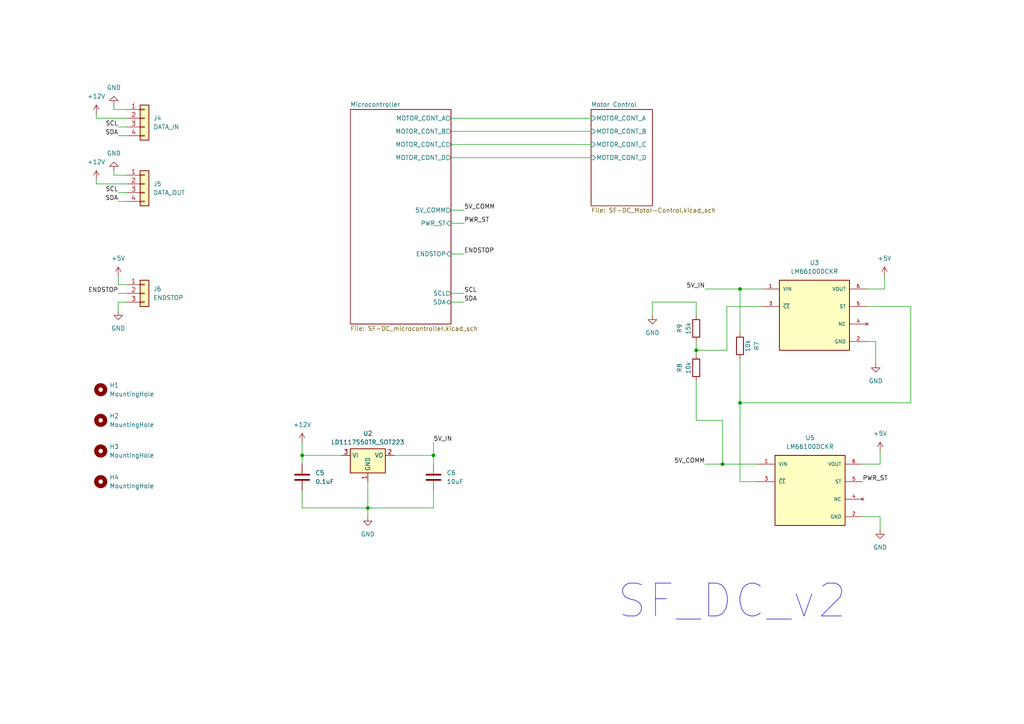
<source format=kicad_sch>
(kicad_sch (version 20250114) (generator "eeschema") (generator_version "9.0")
  (paper "A4")
  (lib_symbols
    (symbol "Connector_Generic:Conn_01x03" (pin_names (offset 1.016) (hide yes))
      (property "Reference" "J" (at 0 5.08 0))
      (property "Value" "Conn_01x03" (at 0 -5.08 0))
      (symbol "Conn_01x03_1_1"
        (rectangle (start -1.27 3.81) (end 1.27 -3.81) (stroke (width 0.254)) (fill (type background)))
        (rectangle (start -1.27 2.667) (end 0 2.413) (stroke (width 0.1524)))
        (rectangle (start -1.27 0.127) (end 0 -0.127) (stroke (width 0.1524)))
        (rectangle (start -1.27 -2.413) (end 0 -2.667) (stroke (width 0.1524)))
        (pin passive line (at -5.08 2.54 0) (length 3.81) (name "Pin_1") (number "1"))
        (pin passive line (at -5.08 0 0) (length 3.81) (name "Pin_2") (number "2"))
        (pin passive line (at -5.08 -2.54 0) (length 3.81) (name "Pin_3") (number "3"))
      )
    )
    (symbol "Connector_Generic:Conn_01x04" (pin_names (offset 1.016) (hide yes))
      (property "Reference" "J" (at 0 5.08 0))
      (property "Value" "Conn_01x04" (at 0 -7.62 0))
      (symbol "Conn_01x04_1_1"
        (rectangle (start -1.27 3.81) (end 1.27 -6.35) (stroke (width 0.254)) (fill (type background)))
        (rectangle (start -1.27 2.667) (end 0 2.413) (stroke (width 0.1524)))
        (rectangle (start -1.27 0.127) (end 0 -0.127) (stroke (width 0.1524)))
        (rectangle (start -1.27 -2.413) (end 0 -2.667) (stroke (width 0.1524)))
        (rectangle (start -1.27 -4.953) (end 0 -5.207) (stroke (width 0.1524)))
        (pin passive line (at -5.08 2.54 0) (length 3.81) (name "Pin_1") (number "1"))
        (pin passive line (at -5.08 0 0) (length 3.81) (name "Pin_2") (number "2"))
        (pin passive line (at -5.08 -2.54 0) (length 3.81) (name "Pin_3") (number "3"))
        (pin passive line (at -5.08 -5.08 0) (length 3.81) (name "Pin_4") (number "4"))
      )
    )
    (symbol "Device:C" (pin_numbers (hide yes)) (pin_names (offset 0.254))
      (property "Reference" "C" (at 0.635 2.54 0))
      (property "Value" "C" (at 0.635 -2.54 0))
      (symbol "C_0_1"
        (polyline (pts (xy -2.032 0.762) (xy 2.032 0.762)) (stroke (width 0.508)))
        (polyline (pts (xy -2.032 -0.762) (xy 2.032 -0.762)) (stroke (width 0.508)))
      )
      (symbol "C_1_1"
        (pin passive line (at 0 3.81 270) (length 2.794) (name "~") (number "1"))
        (pin passive line (at 0 -3.81 90) (length 2.794) (name "~") (number "2"))
      )
    )
    (symbol "Device:R" (pin_numbers (hide yes)) (pin_names (offset 0))
      (property "Reference" "R" (at 2.032 0 90))
      (property "Value" "R" (at 0 0 90))
      (symbol "R_0_1"
        (rectangle (start -1.016 -2.54) (end 1.016 2.54) (stroke (width 0.254)))
      )
      (symbol "R_1_1"
        (pin passive line (at 0 3.81 270) (length 1.27) (name "~") (number "1"))
        (pin passive line (at 0 -3.81 90) (length 1.27) (name "~") (number "2"))
      )
    )
    (symbol "LM66100DCKR:LM66100DCKR" (pin_names (offset 1.016))
      (property "Reference" "U" (at -10.16 10.922 0))
      (property "Value" "LM66100DCKR" (at -10.16 -10.922 0))
      (symbol "LM66100DCKR_0_0"
        (rectangle (start -10.16 -10.16) (end 10.16 10.16) (stroke (width 0.254)) (fill (type background)))
        (pin input line (at -15.24 7.62 0) (length 5.08) (name "VIN") (number "1"))
        (pin input line (at -15.24 2.54 0) (length 5.08) (name "~{CE}") (number "3"))
        (pin output line (at 15.24 7.62 180) (length 5.08) (name "VOUT") (number "6"))
        (pin output line (at 15.24 2.54 180) (length 5.08) (name "ST") (number "5"))
        (pin no_connect line (at 15.24 -2.54 180) (length 5.08) (name "NC") (number "4"))
        (pin power_in line (at 15.24 -7.62 180) (length 5.08) (name "GND") (number "2"))
      )
    )
    (symbol "Mechanical:MountingHole" (pin_names (offset 1.016)) (exclude_from_sim yes) (in_bom no)
      (property "Reference" "H" (at 0 5.08 0))
      (property "Value" "MountingHole" (at 0 3.175 0))
      (symbol "MountingHole_0_1"
        (circle (center 0 0) (radius 1.27) (stroke (width 1.27)))
      )
    )
    (symbol "Regulator_Linear:LD1117S50TR_SOT223"
      (property "Reference" "U" (at -3.81 3.175 0))
      (property "Value" "LD1117S50TR_SOT223" (at 0 3.175 0))
      (symbol "LD1117S50TR_SOT223_0_1"
        (rectangle (start -5.08 -5.08) (end 5.08 1.905) (stroke (width 0.254)) (fill (type background)))
      )
      (symbol "LD1117S50TR_SOT223_1_1"
        (pin power_in line (at -7.62 0 0) (length 2.54) (name "VI") (number "3"))
        (pin power_in line (at 0 -7.62 90) (length 2.54) (name "GND") (number "1"))
        (pin power_out line (at 7.62 0 180) (length 2.54) (name "VO") (number "2"))
      )
    )
    (symbol "power:+12V" (power) (pin_numbers (hide yes)) (pin_names (offset 0) (hide yes))
      (property "Value" "+12V" (at 0 3.556 0))
      (symbol "+12V_0_1"
        (polyline (pts (xy -0.762 1.27) (xy 0 2.54)))
        (polyline (pts (xy 0 2.54) (xy 0.762 1.27)))
        (polyline (pts (xy 0 0) (xy 0 2.54)))
      )
      (symbol "+12V_1_1"
        (pin power_in line (at 0 0 90) (length 0) (name "~") (number "1"))
      )
    )
    (symbol "power:+5V" (power) (pin_numbers (hide yes)) (pin_names (offset 0) (hide yes))
      (property "Value" "+5V" (at 0 3.556 0))
      (symbol "+5V_0_1"
        (polyline (pts (xy -0.762 1.27) (xy 0 2.54)))
        (polyline (pts (xy 0 2.54) (xy 0.762 1.27)))
        (polyline (pts (xy 0 0) (xy 0 2.54)))
      )
      (symbol "+5V_1_1"
        (pin power_in line (at 0 0 90) (length 0) (name "~") (number "1"))
      )
    )
    (symbol "power:GND" (power) (pin_numbers (hide yes)) (pin_names (offset 0) (hide yes))
      (property "Value" "GND" (at 0 -3.81 0))
      (symbol "GND_0_1"
        (polyline (pts (xy 0 0) (xy 0 -1.27) (xy 1.27 -1.27) (xy 0 -2.54) (xy -1.27 -1.27) (xy 0 -1.27)))
      )
      (symbol "GND_1_1"
        (pin power_in line (at 0 0 270) (length 0) (name "~") (number "1"))
      )
    )
  )
  (text "SF_DC_v2" (at 212.344 174.498 0) (effects (font (size 9.525 9.525))))
  (junction (at 87.63 132.08))
  (junction (at 214.63 83.82))
  (junction (at 125.73 132.08))
  (junction (at 106.68 147.32))
  (junction (at 214.63 116.84))
  (junction (at 209.55 134.62))
  (junction (at 201.93 101.6))
  (wire (pts (xy 130.81 60.96) (xy 134.62 60.96)))
  (wire (pts (xy 125.73 128.27) (xy 125.73 132.08)))
  (wire (pts (xy 130.81 64.77) (xy 134.62 64.77)))
  (wire (pts (xy 33.02 31.75) (xy 33.02 30.48)))
  (wire (pts (xy 36.83 50.8) (xy 33.02 50.8)))
  (wire (pts (xy 33.02 50.8) (xy 33.02 49.53)))
  (wire (pts (xy 201.93 110.49) (xy 201.93 121.92)))
  (wire (pts (xy 114.3 132.08) (xy 125.73 132.08)))
  (wire (pts (xy 34.29 82.55) (xy 34.29 80.01)))
  (wire (pts (xy 36.83 53.34) (xy 27.94 53.34)))
  (wire (pts (xy 209.55 134.62) (xy 219.71 134.62)))
  (wire (pts (xy 130.81 38.1) (xy 171.45 38.1)))
  (wire (pts (xy 204.47 83.82) (xy 214.63 83.82)))
  (wire (pts (xy 134.62 73.66) (xy 130.81 73.66)))
  (wire (pts (xy 34.29 58.42) (xy 36.83 58.42)))
  (wire (pts (xy 264.16 116.84) (xy 214.63 116.84)))
  (wire (pts (xy 255.27 149.86) (xy 255.27 153.67)))
  (wire (pts (xy 201.93 87.63) (xy 189.23 87.63)))
  (wire (pts (xy 254 99.06) (xy 254 105.41)))
  (wire (pts (xy 210.82 88.9) (xy 210.82 101.6)))
  (wire (pts (xy 204.47 134.62) (xy 209.55 134.62)))
  (wire (pts (xy 251.46 88.9) (xy 264.16 88.9)))
  (wire (pts (xy 87.63 147.32) (xy 106.68 147.32)))
  (wire (pts (xy 34.29 55.88) (xy 36.83 55.88)))
  (wire (pts (xy 99.06 132.08) (xy 87.63 132.08)))
  (wire (pts (xy 251.46 99.06) (xy 254 99.06)))
  (wire (pts (xy 219.71 139.7) (xy 214.63 139.7)))
  (wire (pts (xy 34.29 85.09) (xy 36.83 85.09)))
  (wire (pts (xy 27.94 34.29) (xy 27.94 33.02)))
  (wire (pts (xy 87.63 128.27) (xy 87.63 132.08)))
  (wire (pts (xy 251.46 83.82) (xy 256.54 83.82)))
  (wire (pts (xy 264.16 88.9) (xy 264.16 116.84)))
  (wire (pts (xy 125.73 147.32) (xy 125.73 142.24)))
  (wire (pts (xy 106.68 139.7) (xy 106.68 147.32)))
  (wire (pts (xy 220.98 88.9) (xy 210.82 88.9)))
  (wire (pts (xy 36.83 82.55) (xy 34.29 82.55)))
  (wire (pts (xy 34.29 87.63) (xy 34.29 90.17)))
  (wire (pts (xy 214.63 83.82) (xy 214.63 96.52)))
  (wire (pts (xy 36.83 31.75) (xy 33.02 31.75)))
  (wire (pts (xy 125.73 132.08) (xy 125.73 134.62)))
  (wire (pts (xy 130.81 45.72) (xy 171.45 45.72)))
  (wire (pts (xy 201.93 99.06) (xy 201.93 101.6)))
  (wire (pts (xy 130.81 34.29) (xy 171.45 34.29)))
  (wire (pts (xy 87.63 132.08) (xy 87.63 134.62)))
  (wire (pts (xy 106.68 147.32) (xy 106.68 149.86)))
  (wire (pts (xy 189.23 87.63) (xy 189.23 91.44)))
  (wire (pts (xy 214.63 116.84) (xy 214.63 104.14)))
  (wire (pts (xy 210.82 101.6) (xy 201.93 101.6)))
  (wire (pts (xy 106.68 147.32) (xy 125.73 147.32)))
  (wire (pts (xy 255.27 134.62) (xy 255.27 130.81)))
  (wire (pts (xy 34.29 36.83) (xy 36.83 36.83)))
  (wire (pts (xy 36.83 87.63) (xy 34.29 87.63)))
  (wire (pts (xy 209.55 121.92) (xy 209.55 134.62)))
  (wire (pts (xy 87.63 142.24) (xy 87.63 147.32)))
  (wire (pts (xy 214.63 116.84) (xy 214.63 139.7)))
  (wire (pts (xy 201.93 121.92) (xy 209.55 121.92)))
  (wire (pts (xy 134.62 87.63) (xy 130.81 87.63)))
  (wire (pts (xy 250.19 149.86) (xy 255.27 149.86)))
  (wire (pts (xy 36.83 34.29) (xy 27.94 34.29)))
  (wire (pts (xy 214.63 83.82) (xy 220.98 83.82)))
  (wire (pts (xy 256.54 83.82) (xy 256.54 80.01)))
  (wire (pts (xy 201.93 101.6) (xy 201.93 102.87)))
  (wire (pts (xy 27.94 53.34) (xy 27.94 52.07)))
  (wire (pts (xy 34.29 39.37) (xy 36.83 39.37)))
  (wire (pts (xy 201.93 91.44) (xy 201.93 87.63)))
  (wire (pts (xy 130.81 41.91) (xy 171.45 41.91)))
  (wire (pts (xy 250.19 134.62) (xy 255.27 134.62)))
  (wire (pts (xy 134.62 85.09) (xy 130.81 85.09)))
  (label "5V_IN" (at 204.47 83.82 180))
  (label "SDA" (at 34.29 58.42 180))
  (label "SDA" (at 34.29 39.37 180))
  (label "5V_IN" (at 125.73 128.27 0))
  (label "SCL" (at 34.29 36.83 180))
  (label "PWR_ST" (at 250.19 139.7 0))
  (label "SDA" (at 134.62 87.63 0))
  (label "PWR_ST" (at 134.62 64.77 0))
  (label "SCL" (at 134.62 85.09 0))
  (label "5V_COMM" (at 204.47 134.62 180))
  (label "ENDSTOP" (at 134.62 73.66 0))
  (label "ENDSTOP" (at 34.29 85.09 180))
  (label "5V_COMM" (at 134.62 60.96 0))
  (label "SCL" (at 34.29 55.88 180))
  (symbol (lib_id "Regulator_Linear:LD1117S50TR_SOT223") (at 106.68 132.08 0) (unit 1)
    (property "Reference" "U2" (at 106.68 125.73 0))
    (property "Value" "LD1117S50TR_SOT223" (at 106.68 128.27 0))
    (property "Footprint" "Package_TO_SOT_SMD:SOT-223-3_TabPin2" (effects (hide yes)))
    (property "Datasheet" "http://www.st.com/st-web-ui/static/active/en/resource/technical/document/datasheet/CD00000544.pdf" (effects (hide yes)))
    (property "Description" "800mA Fixed Low Drop Positive Voltage Regulator, Fixed Output 5.0V, SOT-223" (effects (hide yes)))
  )
  (symbol (lib_id "power:GND") (at 254 105.41 0) (unit 1)
    (property "Reference" "#PWR013" (effects (hide yes)))
    (property "Value" "GND" (at 254 110.49 0))
    (property "Description" "Power symbol creates a global label with name \"GND\" , ground" (effects (hide yes)))
  )
  (symbol (lib_id "power:GND") (at 34.29 90.17 0) (unit 1)
    (property "Reference" "#PWR022" (effects (hide yes)))
    (property "Value" "GND" (at 34.29 95.25 0))
    (property "Description" "Power symbol creates a global label with name \"GND\" , ground" (effects (hide yes)))
  )
  (symbol (lib_id "Mechanical:MountingHole") (at 29.21 130.81 0) (unit 1) (exclude_from_sim yes) (in_bom no)
    (property "Reference" "H3" (at 31.75 129.5399 0) (effects (justify left)))
    (property "Value" "MountingHole" (at 31.75 132.0799 0) (effects (justify left)))
    (property "Footprint" "MountingHole:MountingHole_2.7mm_M2.5_DIN965_Pad_TopBottom" (effects (hide yes)))
    (property "Description" "Mounting Hole without connection" (effects (hide yes)))
  )
  (symbol (lib_id "Connector_Generic:Conn_01x04") (at 41.91 34.29 0) (unit 1)
    (property "Reference" "J4" (at 44.45 34.2899 0) (effects (justify left)))
    (property "Value" "DATA_IN" (at 44.45 36.8299 0) (effects (justify left)))
    (property "Footprint" "Connector_JST:JST_XH_S4B-XH-A-1_1x04_P2.50mm_Horizontal" (effects (hide yes)))
    (property "Description" "Generic connector, single row, 01x04, script generated (kicad-library-utils/schlib/autogen/connector/)" (effects (hide yes)))
  )
  (symbol (lib_id "Device:C") (at 125.73 138.43 0) (unit 1)
    (property "Reference" "C6" (at 129.54 137.1599 0) (effects (justify left)))
    (property "Value" "10uF" (at 129.54 139.6999 0) (effects (justify left)))
    (property "Footprint" "LED_SMD:LED_0805_2012Metric_Pad1.15x1.40mm_HandSolder" (effects (hide yes)))
    (property "Description" "Unpolarized capacitor" (effects (hide yes)))
  )
  (symbol (lib_id "Device:R") (at 201.93 95.25 0) (unit 1)
    (property "Reference" "R9" (at 197.104 95.25 90))
    (property "Value" "15k" (at 199.644 95.25 90))
    (property "Footprint" "Resistor_SMD:R_0805_2012Metric_Pad1.20x1.40mm_HandSolder" (effects (hide yes)))
    (property "Description" "Resistor" (effects (hide yes)))
  )
  (symbol (lib_id "Connector_Generic:Conn_01x03") (at 41.91 85.09 0) (unit 1)
    (property "Reference" "J6" (at 44.45 83.8199 0) (effects (justify left)))
    (property "Value" "ENDSTOP" (at 44.45 86.3599 0) (effects (justify left)))
    (property "Footprint" "Connector_JST:JST_XH_S3B-XH-A-1_1x03_P2.50mm_Horizontal" (effects (hide yes)))
    (property "Description" "Generic connector, single row, 01x03, script generated (kicad-library-utils/schlib/autogen/connector/)" (effects (hide yes)))
  )
  (symbol (lib_id "power:+12V") (at 27.94 33.02 0) (unit 1)
    (property "Reference" "#PWR018" (effects (hide yes)))
    (property "Value" "+12V" (at 27.94 27.94 0))
    (property "Description" "Power symbol creates a global label with name \"+12V\"" (effects (hide yes)))
  )
  (symbol (lib_id "Connector_Generic:Conn_01x04") (at 41.91 53.34 0) (unit 1)
    (property "Reference" "J5" (at 44.45 53.3399 0) (effects (justify left)))
    (property "Value" "DATA_OUT" (at 44.45 55.8799 0) (effects (justify left)))
    (property "Footprint" "Connector_JST:JST_XH_S4B-XH-A-1_1x04_P2.50mm_Horizontal" (effects (hide yes)))
    (property "Description" "Generic connector, single row, 01x04, script generated (kicad-library-utils/schlib/autogen/connector/)" (effects (hide yes)))
  )
  (symbol (lib_id "power:+12V") (at 27.94 52.07 0) (unit 1)
    (property "Reference" "#PWR019" (effects (hide yes)))
    (property "Value" "+12V" (at 27.94 46.99 0))
    (property "Description" "Power symbol creates a global label with name \"+12V\"" (effects (hide yes)))
  )
  (symbol (lib_id "power:+5V") (at 256.54 80.01 0) (unit 1)
    (property "Reference" "#PWR014" (effects (hide yes)))
    (property "Value" "+5V" (at 256.54 74.93 0))
    (property "Description" "Power symbol creates a global label with name \"+5V\"" (effects (hide yes)))
  )
  (symbol (lib_id "Device:R") (at 214.63 100.33 180) (unit 1)
    (property "Reference" "R7" (at 219.456 100.33 90))
    (property "Value" "10k" (at 216.916 100.33 90))
    (property "Footprint" "Resistor_SMD:R_0805_2012Metric_Pad1.20x1.40mm_HandSolder" (effects (hide yes)))
    (property "Description" "Resistor" (effects (hide yes)))
  )
  (symbol (lib_id "power:GND") (at 106.68 149.86 0) (unit 1)
    (property "Reference" "#PWR07" (effects (hide yes)))
    (property "Value" "GND" (at 106.68 154.94 0))
    (property "Description" "Power symbol creates a global label with name \"GND\" , ground" (effects (hide yes)))
  )
  (symbol (lib_id "Mechanical:MountingHole") (at 29.21 121.92 0) (unit 1) (exclude_from_sim yes) (in_bom no)
    (property "Reference" "H2" (at 31.75 120.6499 0) (effects (justify left)))
    (property "Value" "MountingHole" (at 31.75 123.1899 0) (effects (justify left)))
    (property "Footprint" "MountingHole:MountingHole_2.7mm_M2.5_DIN965_Pad_TopBottom" (effects (hide yes)))
    (property "Description" "Mounting Hole without connection" (effects (hide yes)))
  )
  (symbol (lib_id "LM66100DCKR:LM66100DCKR") (at 236.22 91.44 0) (unit 1)
    (property "Reference" "U3" (at 236.22 76.2 0))
    (property "Value" "LM66100DCKR" (at 236.22 78.74 0))
    (property "Footprint" "LM66100DCKR:SOT65P210X110-6N" (effects (hide yes)))
    (property "MF" "Texas Instruments" (effects (hide yes)))
    (property "MAXIMUM_PACKAGE_HEIGHT" "1.1 mm" (effects (hide yes)))
    (property "Package" "SOT-SC70-6 Texas Instruments" (effects (hide yes)))
    (property "Price" "None" (effects (hide yes)))
    (property "Check_prices" "https://www.snapeda.com/parts/LM66100DCKR/Texas+Instruments/view-part/?ref=eda" (effects (hide yes)))
    (property "STANDARD" "IPC 7351B" (effects (hide yes)))
    (property "PARTREV" "Rev. A" (effects (hide yes)))
    (property "SnapEDA_Link" "https://www.snapeda.com/parts/LM66100DCKR/Texas+Instruments/view-part/?ref=snap" (effects (hide yes)))
    (property "MP" "LM66100DCKR" (effects (hide yes)))
    (property "Description_1" "1.5-V to 5.5-V, 1.5-A, 0.5-µA IQ ideal diode with integrated FET" (effects (hide yes)))
    (property "Availability" "In Stock" (effects (hide yes)))
    (property "MANUFACTURER" "Texas Instruments" (effects (hide yes)))
  )
  (symbol (lib_id "Mechanical:MountingHole") (at 29.21 139.7 0) (unit 1) (exclude_from_sim yes) (in_bom no)
    (property "Reference" "H4" (at 31.75 138.4299 0) (effects (justify left)))
    (property "Value" "MountingHole" (at 31.75 140.9699 0) (effects (justify left)))
    (property "Footprint" "MountingHole:MountingHole_2.7mm_M2.5_DIN965_Pad_TopBottom" (effects (hide yes)))
    (property "Description" "Mounting Hole without connection" (effects (hide yes)))
  )
  (symbol (lib_id "power:+5V") (at 255.27 130.81 0) (unit 1)
    (property "Reference" "#PWR015" (effects (hide yes)))
    (property "Value" "+5V" (at 255.27 125.73 0))
    (property "Description" "Power symbol creates a global label with name \"+5V\"" (effects (hide yes)))
  )
  (symbol (lib_id "power:GND") (at 189.23 91.44 0) (unit 1)
    (property "Reference" "#PWR021" (effects (hide yes)))
    (property "Value" "GND" (at 189.23 96.52 0))
    (property "Description" "Power symbol creates a global label with name \"GND\" , ground" (effects (hide yes)))
  )
  (symbol (lib_id "power:+5V") (at 34.29 80.01 0) (unit 1)
    (property "Reference" "#PWR034" (effects (hide yes)))
    (property "Value" "+5V" (at 34.29 74.93 0))
    (property "Description" "Power symbol creates a global label with name \"+5V\"" (effects (hide yes)))
  )
  (symbol (lib_id "Device:C") (at 87.63 138.43 0) (unit 1)
    (property "Reference" "C5" (at 91.44 137.1599 0) (effects (justify left)))
    (property "Value" "0.1uF" (at 91.44 139.6999 0) (effects (justify left)))
    (property "Footprint" "LED_SMD:LED_0805_2012Metric_Pad1.15x1.40mm_HandSolder" (effects (hide yes)))
    (property "Description" "Unpolarized capacitor" (effects (hide yes)))
  )
  (symbol (lib_id "power:GND") (at 33.02 30.48 180) (unit 1)
    (property "Reference" "#PWR017" (effects (hide yes)))
    (property "Value" "GND" (at 33.02 25.4 0))
    (property "Description" "Power symbol creates a global label with name \"GND\" , ground" (effects (hide yes)))
  )
  (symbol (lib_id "LM66100DCKR:LM66100DCKR") (at 234.95 142.24 0) (unit 1)
    (property "Reference" "U5" (at 234.95 127 0))
    (property "Value" "LM66100DCKR" (at 234.95 129.54 0))
    (property "Footprint" "LM66100DCKR:SOT65P210X110-6N" (effects (hide yes)))
    (property "MF" "Texas Instruments" (effects (hide yes)))
    (property "MAXIMUM_PACKAGE_HEIGHT" "1.1 mm" (effects (hide yes)))
    (property "Package" "SOT-SC70-6 Texas Instruments" (effects (hide yes)))
    (property "Price" "None" (effects (hide yes)))
    (property "Check_prices" "https://www.snapeda.com/parts/LM66100DCKR/Texas+Instruments/view-part/?ref=eda" (effects (hide yes)))
    (property "STANDARD" "IPC 7351B" (effects (hide yes)))
    (property "PARTREV" "Rev. A" (effects (hide yes)))
    (property "SnapEDA_Link" "https://www.snapeda.com/parts/LM66100DCKR/Texas+Instruments/view-part/?ref=snap" (effects (hide yes)))
    (property "MP" "LM66100DCKR" (effects (hide yes)))
    (property "Description_1" "1.5-V to 5.5-V, 1.5-A, 0.5-µA IQ ideal diode with integrated FET" (effects (hide yes)))
    (property "Availability" "In Stock" (effects (hide yes)))
    (property "MANUFACTURER" "Texas Instruments" (effects (hide yes)))
  )
  (symbol (lib_id "power:GND") (at 33.02 49.53 180) (unit 1)
    (property "Reference" "#PWR020" (effects (hide yes)))
    (property "Value" "GND" (at 33.02 44.45 0))
    (property "Description" "Power symbol creates a global label with name \"GND\" , ground" (effects (hide yes)))
  )
  (symbol (lib_id "Device:R") (at 201.93 106.68 0) (unit 1)
    (property "Reference" "R8" (at 197.104 106.68 90))
    (property "Value" "10k" (at 199.644 106.68 90))
    (property "Footprint" "Resistor_SMD:R_0805_2012Metric_Pad1.20x1.40mm_HandSolder" (effects (hide yes)))
    (property "Description" "Resistor" (effects (hide yes)))
  )
  (symbol (lib_id "Mechanical:MountingHole") (at 29.21 113.03 0) (unit 1) (exclude_from_sim yes) (in_bom no)
    (property "Reference" "H1" (at 31.75 111.7599 0) (effects (justify left)))
    (property "Value" "MountingHole" (at 31.75 114.2999 0) (effects (justify left)))
    (property "Footprint" "MountingHole:MountingHole_2.7mm_M2.5_DIN965_Pad_TopBottom" (effects (hide yes)))
    (property "Description" "Mounting Hole without connection" (effects (hide yes)))
  )
  (symbol (lib_id "power:GND") (at 255.27 153.67 0) (unit 1)
    (property "Reference" "#PWR016" (effects (hide yes)))
    (property "Value" "GND" (at 255.27 158.75 0))
    (property "Description" "Power symbol creates a global label with name \"GND\" , ground" (effects (hide yes)))
  )
  (symbol (lib_id "power:+12V") (at 87.63 128.27 0) (unit 1)
    (property "Reference" "#PWR09" (effects (hide yes)))
    (property "Value" "+12V" (at 87.63 123.19 0))
    (property "Description" "Power symbol creates a global label with name \"+12V\"" (effects (hide yes)))
  )
  (sheet (at 101.6 31.75) (size 29.21 62.23) (stroke (width 0.1524))
    (property "Sheetname" "Microcontroller" (at 101.6 31.0384 0) (effects (justify left bottom)))
    (property "Sheetfile" "SF-DC_microcontroller.kicad_sch" (at 101.6 94.5646 0) (effects (justify left top)))
    (pin "MOTOR_CONT_A" output (at 130.81 34.29 0))
    (pin "MOTOR_CONT_B" output (at 130.81 38.1 0))
    (pin "MOTOR_CONT_C" output (at 130.81 41.91 0))
    (pin "MOTOR_CONT_D" output (at 130.81 45.72 0))
    (pin "ENDSTOP" input (at 130.81 73.66 0))
    (pin "SCL" output (at 130.81 85.09 0))
    (pin "SDA" bidirectional (at 130.81 87.63 0))
    (pin "5V_COMM" output (at 130.81 60.96 0))
    (pin "PWR_ST" input (at 130.81 64.77 0))
  )
  (sheet (at 171.45 31.75) (size 17.78 27.94) (stroke (width 0.1524))
    (property "Sheetname" "Motor Control" (at 171.45 31.0384 0) (effects (justify left bottom)))
    (property "Sheetfile" "SF-DC_Motor-Control.kicad_sch" (at 171.45 60.2746 0) (effects (justify left top)))
    (pin "MOTOR_CONT_A" input (at 171.45 34.29 180))
    (pin "MOTOR_CONT_B" input (at 171.45 38.1 180))
    (pin "MOTOR_CONT_C" input (at 171.45 41.91 180))
    (pin "MOTOR_CONT_D" input (at 171.45 45.72 180))
  )
)
</source>
